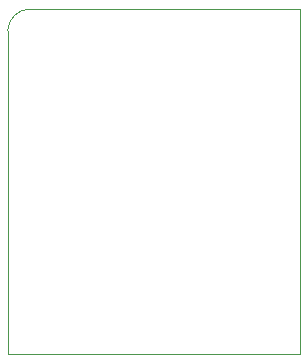
<source format=gbr>
G04 #@! TF.GenerationSoftware,KiCad,Pcbnew,(5.1.2)-2*
G04 #@! TF.CreationDate,2023-04-24T21:20:06-05:00*
G04 #@! TF.ProjectId,nrf24l01breakout,6e726632-346c-4303-9162-7265616b6f75,V0.1*
G04 #@! TF.SameCoordinates,Original*
G04 #@! TF.FileFunction,Profile,NP*
%FSLAX46Y46*%
G04 Gerber Fmt 4.6, Leading zero omitted, Abs format (unit mm)*
G04 Created by KiCad (PCBNEW (5.1.2)-2) date 2023-04-24 21:20:06*
%MOMM*%
%LPD*%
G04 APERTURE LIST*
%ADD10C,0.050000*%
G04 APERTURE END LIST*
D10*
X116205000Y-79946499D02*
G75*
G02X118046500Y-78105000I1905000J-63501D01*
G01*
X140970000Y-78105000D02*
X118046500Y-78105000D01*
X140970000Y-107315000D02*
X140970000Y-78105000D01*
X116205000Y-107315000D02*
X140970000Y-107315000D01*
X116205000Y-79946500D02*
X116205000Y-107315000D01*
M02*

</source>
